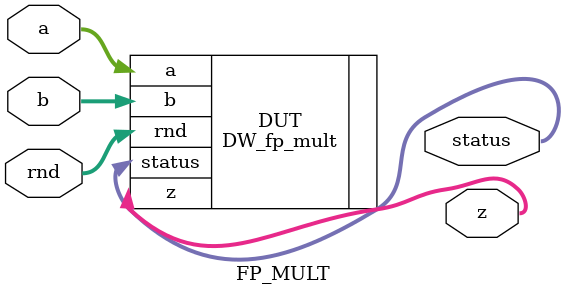
<source format=sv>
module FP_MULT (a, b, rnd, z, status);
    parameter sig_width       = 10;
    parameter exp_width       = 5;
    parameter ieee_compliance = 0;
    parameter en_ubr_flag     = 0;

    input  [sig_width+exp_width : 0]    a;
    input  [sig_width+exp_width : 0]    b;
    input  [2 : 0]                      rnd;
    output [sig_width+exp_width : 0]    z;
    output [7 : 0]                      status;

    DW_fp_mult #(sig_width, exp_width, ieee_compliance, en_ubr_flag)
        DUT (.a(a), .b(b), .rnd(rnd), .z(z), .status(status));

endmodule

</source>
